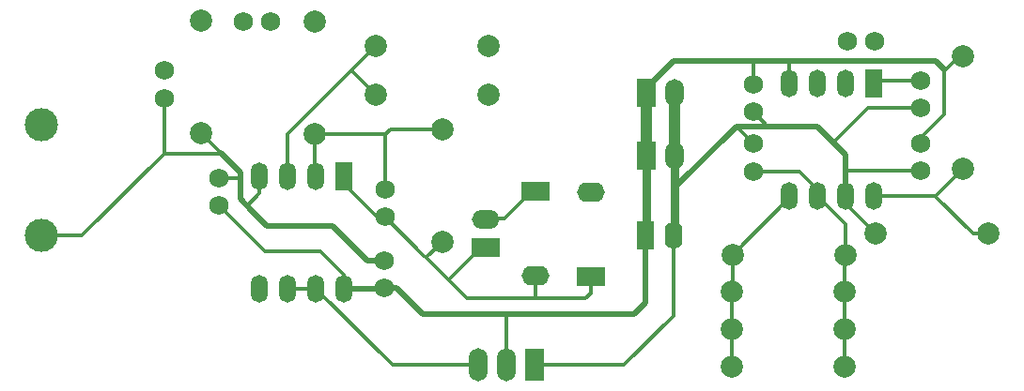
<source format=gbl>
%TF.GenerationSoftware,KiCad,Pcbnew,9.0.0*%
%TF.CreationDate,2025-03-10T10:12:29+01:00*%
%TF.ProjectId,project git rev,70726f6a-6563-4742-9067-697420726576,rev?*%
%TF.SameCoordinates,Original*%
%TF.FileFunction,Copper,L2,Bot*%
%TF.FilePolarity,Positive*%
%FSLAX46Y46*%
G04 Gerber Fmt 4.6, Leading zero omitted, Abs format (unit mm)*
G04 Created by KiCad (PCBNEW 9.0.0) date 2025-03-10 10:12:29*
%MOMM*%
%LPD*%
G01*
G04 APERTURE LIST*
%TA.AperFunction,ComponentPad*%
%ADD10O,1.700000X3.000000*%
%TD*%
%TA.AperFunction,ComponentPad*%
%ADD11R,1.700000X3.000000*%
%TD*%
%TA.AperFunction,ComponentPad*%
%ADD12C,2.000000*%
%TD*%
%TA.AperFunction,ComponentPad*%
%ADD13C,1.750000*%
%TD*%
%TA.AperFunction,ComponentPad*%
%ADD14R,2.500000X1.750000*%
%TD*%
%TA.AperFunction,ComponentPad*%
%ADD15O,2.500000X1.750000*%
%TD*%
%TA.AperFunction,ComponentPad*%
%ADD16R,1.700000X2.500000*%
%TD*%
%TA.AperFunction,ComponentPad*%
%ADD17O,1.700000X2.500000*%
%TD*%
%TA.AperFunction,ComponentPad*%
%ADD18R,2.500000X1.700000*%
%TD*%
%TA.AperFunction,ComponentPad*%
%ADD19O,2.500000X1.700000*%
%TD*%
%TA.AperFunction,ComponentPad*%
%ADD20C,3.000000*%
%TD*%
%TA.AperFunction,ComponentPad*%
%ADD21R,1.500000X2.500000*%
%TD*%
%TA.AperFunction,ComponentPad*%
%ADD22O,1.500000X2.500000*%
%TD*%
%TA.AperFunction,ComponentPad*%
%ADD23R,1.600000X2.500000*%
%TD*%
%TA.AperFunction,ComponentPad*%
%ADD24O,1.600000X2.500000*%
%TD*%
%TA.AperFunction,Conductor*%
%ADD25C,0.500000*%
%TD*%
%TA.AperFunction,Conductor*%
%ADD26C,0.300000*%
%TD*%
%TA.AperFunction,Conductor*%
%ADD27C,1.000000*%
%TD*%
%TA.AperFunction,Conductor*%
%ADD28C,0.800000*%
%TD*%
G04 APERTURE END LIST*
D10*
%TO.P,J1,3,Pin_3*%
%TO.N,State*%
X154810000Y-115200000D03*
%TO.P,J1,2,Pin_2*%
%TO.N,+5V*%
X157350000Y-115200000D03*
D11*
%TO.P,J1,1,Pin_1*%
%TO.N,GND*%
X159890000Y-115200000D03*
%TD*%
D12*
%TO.P,R5,1*%
%TO.N,Net-(LM567CN1-Output)*%
X200800000Y-103350000D03*
%TO.P,R5,2*%
%TO.N,GND*%
X190640000Y-103350000D03*
%TD*%
D13*
%TO.P,C11,1*%
%TO.N,Net-(U1A--)*%
X146400000Y-99300000D03*
%TO.P,C11,2*%
%TO.N,Net-(D1-A)*%
X146400000Y-101800000D03*
%TD*%
%TO.P,C9,1*%
%TO.N,+5V*%
X194650000Y-95150000D03*
%TO.P,C9,2*%
%TO.N,GND*%
X194650000Y-97650000D03*
%TD*%
%TO.P,C3,1*%
%TO.N,GND*%
X194650000Y-92000000D03*
%TO.P,C3,2*%
%TO.N,Net-(LM567CN1-Output_Filter)*%
X194650000Y-89500000D03*
%TD*%
%TO.P,C2,1*%
%TO.N,GND*%
X190550000Y-86000000D03*
%TO.P,C2,2*%
%TO.N,Net-(LM567CN1-Loop_Filter)*%
X188050000Y-86000000D03*
%TD*%
D12*
%TO.P,R13,1*%
%TO.N,Net-(LM567CN1-Timing_Capacitor)*%
X187850000Y-108580000D03*
%TO.P,R13,2*%
%TO.N,Net-(LM567CN1-Timing_Resistor)*%
X177690000Y-108580000D03*
%TD*%
%TO.P,R1,1*%
%TO.N,Net-(MK1-+)*%
X129800000Y-84100000D03*
%TO.P,R1,2*%
%TO.N,GND*%
X129800000Y-94260000D03*
%TD*%
%TO.P,R2,1*%
%TO.N,Net-(D1-A)*%
X151550000Y-104050000D03*
%TO.P,R2,2*%
%TO.N,Net-(U1A--)*%
X151550000Y-93890000D03*
%TD*%
D14*
%TO.P,D2,1,K*%
%TO.N,Net-(D1-A)*%
X164950000Y-107200000D03*
D15*
%TO.P,D2,2,A*%
%TO.N,Signal*%
X164950000Y-99580000D03*
%TD*%
D13*
%TO.P,C10,1*%
%TO.N,GND*%
X126550000Y-91100000D03*
%TO.P,C10,2*%
%TO.N,Net-(MK1-+)*%
X126550000Y-88600000D03*
%TD*%
D16*
%TO.P,J7,1,Pin_1*%
%TO.N,+5V*%
X169975000Y-90575000D03*
D17*
%TO.P,J7,2,Pin_2*%
%TO.N,GND*%
X172515000Y-90575000D03*
%TD*%
D12*
%TO.P,R3,1*%
%TO.N,Net-(C5-Pad2)*%
X140100000Y-84220000D03*
%TO.P,R3,2*%
%TO.N,Net-(U1A--)*%
X140100000Y-94380000D03*
%TD*%
%TO.P,R14,1*%
%TO.N,Net-(LM567CN1-Timing_Capacitor)*%
X187880000Y-105250000D03*
%TO.P,R14,2*%
%TO.N,Net-(LM567CN1-Timing_Resistor)*%
X177720000Y-105250000D03*
%TD*%
D13*
%TO.P,C4,1*%
%TO.N,GND*%
X179600000Y-92350000D03*
%TO.P,C4,2*%
%TO.N,+5V*%
X179600000Y-89850000D03*
%TD*%
D16*
%TO.P,J11,1,Pin_1*%
%TO.N,+5V*%
X169950000Y-96300000D03*
D17*
%TO.P,J11,2,Pin_2*%
%TO.N,GND*%
X172490000Y-96300000D03*
%TD*%
D13*
%TO.P,C6,1*%
%TO.N,+5V*%
X131425000Y-100800000D03*
%TO.P,C6,2*%
%TO.N,GND*%
X131425000Y-98300000D03*
%TD*%
%TO.P,C5,1*%
%TO.N,Net-(MK1-+)*%
X133600000Y-84200000D03*
%TO.P,C5,2*%
%TO.N,Net-(C5-Pad2)*%
X136100000Y-84200000D03*
%TD*%
D18*
%TO.P,J4,1,Pin_1*%
%TO.N,Net-(D1-A)*%
X155500000Y-104550000D03*
D19*
%TO.P,J4,2,Pin_2*%
%TO.N,Signal*%
X155500000Y-102010000D03*
%TD*%
D13*
%TO.P,C1,1*%
%TO.N,Net-(LM567CN1-Timing_Capacitor)*%
X179600000Y-97700000D03*
%TO.P,C1,2*%
%TO.N,GND*%
X179600000Y-95200000D03*
%TD*%
D12*
%TO.P,R8,1*%
%TO.N,Net-(U1A-+)*%
X145600000Y-90800000D03*
%TO.P,R8,2*%
%TO.N,GND*%
X155760000Y-90800000D03*
%TD*%
D20*
%TO.P,MK1,1,-*%
%TO.N,GND*%
X115407163Y-103500000D03*
%TO.P,MK1,2,+*%
%TO.N,Net-(MK1-+)*%
X115407163Y-93500000D03*
%TD*%
D21*
%TO.P,LM567CN1,1,Output_Filter*%
%TO.N,Net-(LM567CN1-Output_Filter)*%
X190450000Y-89800000D03*
D22*
%TO.P,LM567CN1,2,Loop_Filter*%
%TO.N,Net-(LM567CN1-Loop_Filter)*%
X187910000Y-89800000D03*
%TO.P,LM567CN1,3,Signal*%
%TO.N,Signal*%
X185370000Y-89800000D03*
%TO.P,LM567CN1,4,V+*%
%TO.N,+5V*%
X182830000Y-89800000D03*
%TO.P,LM567CN1,5,Timing_Resistor*%
%TO.N,Net-(LM567CN1-Timing_Resistor)*%
X182830000Y-99960000D03*
%TO.P,LM567CN1,6,Timing_Capacitor*%
%TO.N,Net-(LM567CN1-Timing_Capacitor)*%
X185370000Y-99960000D03*
%TO.P,LM567CN1,7,GND*%
%TO.N,GND*%
X187910000Y-99960000D03*
%TO.P,LM567CN1,8,Output*%
%TO.N,Net-(LM567CN1-Output)*%
X190450000Y-99960000D03*
%TD*%
D14*
%TO.P,D1,1,K*%
%TO.N,Signal*%
X160000000Y-99490000D03*
D15*
%TO.P,D1,2,A*%
%TO.N,Net-(D1-A)*%
X160000000Y-107110000D03*
%TD*%
D21*
%TO.P,U1,1*%
%TO.N,Net-(D1-A)*%
X142710000Y-98120000D03*
D22*
%TO.P,U1,2,-*%
%TO.N,Net-(U1A--)*%
X140170000Y-98120000D03*
%TO.P,U1,3,+*%
%TO.N,Net-(U1A-+)*%
X137630000Y-98120000D03*
%TO.P,U1,4,V-*%
%TO.N,GND*%
X135090000Y-98120000D03*
%TO.P,U1,5,+*%
%TO.N,Net-(LM567CN1-Output)*%
X135090000Y-108280000D03*
%TO.P,U1,6,-*%
%TO.N,State*%
X137630000Y-108280000D03*
%TO.P,U1,7*%
X140170000Y-108280000D03*
%TO.P,U1,8,V+*%
%TO.N,+5V*%
X142710000Y-108280000D03*
%TD*%
D12*
%TO.P,R4,1*%
%TO.N,Net-(LM567CN1-Output)*%
X198500000Y-97500000D03*
%TO.P,R4,2*%
%TO.N,+5V*%
X198500000Y-87340000D03*
%TD*%
%TO.P,R12,1*%
%TO.N,Net-(LM567CN1-Timing_Capacitor)*%
X187850000Y-111980000D03*
%TO.P,R12,2*%
%TO.N,Net-(LM567CN1-Timing_Resistor)*%
X177690000Y-111980000D03*
%TD*%
%TO.P,R11,1*%
%TO.N,Net-(LM567CN1-Timing_Capacitor)*%
X187850000Y-115330000D03*
%TO.P,R11,2*%
%TO.N,Net-(LM567CN1-Timing_Resistor)*%
X177690000Y-115330000D03*
%TD*%
D13*
%TO.P,C7,1*%
%TO.N,GND*%
X146300000Y-105750000D03*
%TO.P,C7,2*%
%TO.N,+5V*%
X146300000Y-108250000D03*
%TD*%
D23*
%TO.P,C8,1*%
%TO.N,+5V*%
X169900000Y-103450000D03*
D24*
%TO.P,C8,2*%
%TO.N,GND*%
X172400000Y-103450000D03*
%TD*%
D12*
%TO.P,R9,1*%
%TO.N,+5V*%
X155750000Y-86350000D03*
%TO.P,R9,2*%
%TO.N,Net-(U1A-+)*%
X145590000Y-86350000D03*
%TD*%
D25*
%TO.N,GND*%
X144800000Y-105750000D02*
X141700000Y-102650000D01*
D26*
X167950000Y-115200000D02*
X159890000Y-115200000D01*
X133962500Y-100837500D02*
X134437500Y-101312500D01*
X172490000Y-96300000D02*
X172490000Y-95010000D01*
D25*
X180900000Y-93650000D02*
X185350000Y-93650000D01*
X187910000Y-99960000D02*
X187910000Y-97700000D01*
X187910000Y-97700000D02*
X187910000Y-96210000D01*
X172500000Y-99200000D02*
X172490000Y-99200000D01*
X133350000Y-98550000D02*
X133350000Y-97810000D01*
X187910000Y-99960000D02*
X187900000Y-99970000D01*
X146300000Y-105750000D02*
X146900000Y-105750000D01*
X179600000Y-93650000D02*
X178050000Y-93650000D01*
D26*
X131595000Y-96055000D02*
X131550000Y-96100000D01*
X129800000Y-94260000D02*
X131595000Y-96055000D01*
D25*
X172490000Y-103360000D02*
X172400000Y-103450000D01*
D26*
X126500000Y-96100000D02*
X119100000Y-103500000D01*
X133170000Y-98300000D02*
X131425000Y-98300000D01*
X172490000Y-95010000D02*
X172515000Y-94985000D01*
D25*
X146300000Y-105750000D02*
X144800000Y-105750000D01*
D27*
X172515000Y-94985000D02*
X172515000Y-90575000D01*
D26*
X194650000Y-92000000D02*
X189900000Y-92000000D01*
X135090000Y-98120000D02*
X135090000Y-99710000D01*
X189900000Y-92000000D02*
X186800000Y-95100000D01*
D25*
X155760000Y-90760000D02*
X155760000Y-90800000D01*
D28*
X172490000Y-99200000D02*
X172490000Y-103360000D01*
D26*
X187960000Y-97650000D02*
X187910000Y-97700000D01*
X131550000Y-96100000D02*
X126500000Y-96100000D01*
X187910000Y-100620000D02*
X190640000Y-103350000D01*
D25*
X133350000Y-98550000D02*
X133350000Y-98120000D01*
D26*
X172400000Y-110750000D02*
X167950000Y-115200000D01*
D25*
X133350000Y-97810000D02*
X131595000Y-96055000D01*
X133350000Y-100225000D02*
X133350000Y-98550000D01*
D26*
X135090000Y-99710000D02*
X133962500Y-100837500D01*
D25*
X179600000Y-93650000D02*
X180900000Y-93650000D01*
X178050000Y-93650000D02*
X180900000Y-93650000D01*
X141700000Y-102650000D02*
X135775000Y-102650000D01*
D26*
X179600000Y-95200000D02*
X178050000Y-93650000D01*
D25*
X135775000Y-102650000D02*
X134437500Y-101312500D01*
D26*
X126500000Y-96100000D02*
X126550000Y-96050000D01*
X119100000Y-103500000D02*
X115407163Y-103500000D01*
D25*
X134437500Y-101312500D02*
X133350000Y-100225000D01*
D26*
X194650000Y-97650000D02*
X187960000Y-97650000D01*
X172400000Y-103450000D02*
X172400000Y-110750000D01*
D25*
X178050000Y-93650000D02*
X172500000Y-99200000D01*
D26*
X126550000Y-96050000D02*
X126550000Y-91100000D01*
X187910000Y-99960000D02*
X187910000Y-100620000D01*
D28*
X172490000Y-96300000D02*
X172490000Y-99200000D01*
D25*
X187910000Y-96210000D02*
X186800000Y-95100000D01*
X188050000Y-99820000D02*
X187910000Y-99960000D01*
X186800000Y-95100000D02*
X185350000Y-93650000D01*
D26*
X179600000Y-92350000D02*
X180900000Y-93650000D01*
%TO.N,Net-(LM567CN1-Timing_Capacitor)*%
X185370000Y-99960000D02*
X185370000Y-99370000D01*
X187850000Y-111980000D02*
X187850000Y-108580000D01*
X187900000Y-102500000D02*
X187880000Y-102520000D01*
X185405000Y-99995000D02*
X185370000Y-99960000D01*
X187880000Y-102520000D02*
X187880000Y-105250000D01*
D25*
X185080000Y-100250000D02*
X185370000Y-99960000D01*
D26*
X187850000Y-115330000D02*
X187850000Y-111980000D01*
X187850000Y-108580000D02*
X187850000Y-105280000D01*
X183750000Y-97750000D02*
X179650000Y-97750000D01*
X185370000Y-99960000D02*
X185370000Y-99970000D01*
X185370000Y-99970000D02*
X187900000Y-102500000D01*
X185370000Y-99370000D02*
X183750000Y-97750000D01*
X179650000Y-97750000D02*
X179600000Y-97700000D01*
X187850000Y-105280000D02*
X187880000Y-105250000D01*
D25*
%TO.N,Net-(LM567CN1-Loop_Filter)*%
X188050000Y-89660000D02*
X187910000Y-89800000D01*
%TO.N,Net-(LM567CN1-Output_Filter)*%
X190750000Y-89500000D02*
X190450000Y-89800000D01*
D26*
X194650000Y-89500000D02*
X190750000Y-89500000D01*
X190590000Y-89660000D02*
X190450000Y-89800000D01*
X190590000Y-89160000D02*
X190590000Y-89660000D01*
D27*
%TO.N,+5V*%
X169975000Y-90575000D02*
X169975000Y-96275000D01*
D25*
X172400000Y-87750000D02*
X169975000Y-90175000D01*
X169975000Y-96275000D02*
X169950000Y-96300000D01*
D26*
X179600000Y-89850000D02*
X179600000Y-87800000D01*
X157350000Y-115200000D02*
X157350000Y-110600000D01*
X196975000Y-88525000D02*
X196825000Y-88525000D01*
D25*
X169900000Y-109550000D02*
X168850000Y-110600000D01*
X147450000Y-108250000D02*
X149800000Y-110600000D01*
X149800000Y-110600000D02*
X157350000Y-110600000D01*
X179650000Y-87750000D02*
X182850000Y-87750000D01*
D26*
X196825000Y-88525000D02*
X196825000Y-92525000D01*
D25*
X182850000Y-87750000D02*
X196050000Y-87750000D01*
X198500000Y-87340000D02*
X198010000Y-87340000D01*
X146300000Y-108250000D02*
X147450000Y-108250000D01*
X168850000Y-110600000D02*
X157350000Y-110600000D01*
D26*
X182830000Y-87770000D02*
X182850000Y-87750000D01*
X198010000Y-87340000D02*
X198010000Y-87490000D01*
X179600000Y-87800000D02*
X179650000Y-87750000D01*
X140600000Y-104950000D02*
X142710000Y-107060000D01*
X196825000Y-92525000D02*
X194650000Y-94700000D01*
X131425000Y-100800000D02*
X135575000Y-104950000D01*
D28*
X169950000Y-96300000D02*
X169950000Y-103400000D01*
D26*
X135575000Y-104950000D02*
X140600000Y-104950000D01*
D25*
X169900000Y-103450000D02*
X169900000Y-109550000D01*
X182780000Y-89850000D02*
X182830000Y-89800000D01*
X196050000Y-87750000D02*
X196825000Y-88525000D01*
X172400000Y-87750000D02*
X179650000Y-87750000D01*
D26*
X182830000Y-89800000D02*
X182830000Y-87770000D01*
D25*
X142710000Y-108280000D02*
X146270000Y-108280000D01*
D26*
X198010000Y-87490000D02*
X196975000Y-88525000D01*
D25*
X169950000Y-103400000D02*
X169900000Y-103450000D01*
X169975000Y-90175000D02*
X169975000Y-90575000D01*
D26*
X194650000Y-94700000D02*
X194650000Y-95150000D01*
D25*
X146270000Y-108280000D02*
X146300000Y-108250000D01*
D26*
X142710000Y-107060000D02*
X142710000Y-108280000D01*
%TO.N,Net-(MK1-+)*%
X129800000Y-84100000D02*
X129900000Y-84200000D01*
X129650000Y-84250000D02*
X129800000Y-84100000D01*
%TO.N,Net-(C5-Pad2)*%
X140080000Y-84200000D02*
X140100000Y-84220000D01*
%TO.N,Net-(D1-A)*%
X142710000Y-98120000D02*
X142710000Y-98810000D01*
X160000000Y-109200000D02*
X164460000Y-109200000D01*
X155100000Y-104550000D02*
X152150000Y-107500000D01*
X152150000Y-107500000D02*
X152100000Y-107500000D01*
X153800000Y-109200000D02*
X160000000Y-109200000D01*
X142710000Y-98810000D02*
X145700000Y-101800000D01*
X145700000Y-101800000D02*
X146400000Y-101800000D01*
X164460000Y-109200000D02*
X164950000Y-108710000D01*
X152100000Y-107500000D02*
X152325000Y-107725000D01*
X151550000Y-104050000D02*
X150125000Y-105475000D01*
X149925000Y-105325000D02*
X150075000Y-105475000D01*
X146400000Y-101800000D02*
X149925000Y-105325000D01*
X164950000Y-108710000D02*
X164950000Y-107200000D01*
X150075000Y-105475000D02*
X152325000Y-107725000D01*
X152325000Y-107725000D02*
X153800000Y-109200000D01*
X150125000Y-105475000D02*
X150075000Y-105475000D01*
X160000000Y-107110000D02*
X160000000Y-109200000D01*
X155500000Y-104550000D02*
X155100000Y-104550000D01*
%TO.N,Net-(U1A--)*%
X140100000Y-98050000D02*
X140170000Y-98120000D01*
X146900000Y-93900000D02*
X150920000Y-93900000D01*
X146420000Y-94380000D02*
X146900000Y-93900000D01*
X140100000Y-94380000D02*
X146420000Y-94380000D01*
X140100000Y-94380000D02*
X140100000Y-98050000D01*
X150930000Y-93890000D02*
X151550000Y-93890000D01*
X146400000Y-99300000D02*
X146400000Y-94380000D01*
X150920000Y-93900000D02*
X150930000Y-93890000D01*
%TO.N,Signal*%
X155510000Y-102000000D02*
X157150000Y-102000000D01*
X185510000Y-89660000D02*
X185370000Y-89800000D01*
X164950000Y-99580000D02*
X164860000Y-99490000D01*
X155500000Y-102010000D02*
X155510000Y-102000000D01*
X157150000Y-102000000D02*
X159660000Y-99490000D01*
X159660000Y-99490000D02*
X160000000Y-99490000D01*
%TO.N,State*%
X147090000Y-115200000D02*
X154810000Y-115200000D01*
X140170000Y-108280000D02*
X147090000Y-115200000D01*
X137630000Y-108280000D02*
X140170000Y-108280000D01*
D25*
%TO.N,Net-(LM567CN1-Timing_Resistor)*%
X182830000Y-99960000D02*
X182830000Y-100090000D01*
D26*
X182830000Y-100140000D02*
X182830000Y-99960000D01*
X182825000Y-99965000D02*
X182830000Y-99960000D01*
X177720000Y-108550000D02*
X177690000Y-108580000D01*
X177690000Y-108580000D02*
X177690000Y-111980000D01*
X177690000Y-111980000D02*
X177690000Y-115330000D01*
X177720000Y-105250000D02*
X177720000Y-108550000D01*
X177720000Y-105250000D02*
X182830000Y-100140000D01*
%TO.N,Net-(LM567CN1-Output)*%
X200800000Y-103350000D02*
X200800000Y-103650000D01*
X199400000Y-103350000D02*
X200800000Y-103350000D01*
X196040000Y-99960000D02*
X190450000Y-99960000D01*
X200500000Y-103650000D02*
X200800000Y-103350000D01*
X198500000Y-97500000D02*
X196040000Y-99960000D01*
X196040000Y-99990000D02*
X199400000Y-103350000D01*
X196040000Y-99960000D02*
X196040000Y-99990000D01*
D25*
X198075000Y-97925000D02*
X198500000Y-97500000D01*
D26*
%TO.N,Net-(U1A-+)*%
X145550000Y-86350000D02*
X145590000Y-86350000D01*
X145600000Y-90800000D02*
X143350000Y-88550000D01*
X143350000Y-88550000D02*
X145550000Y-86350000D01*
X137630000Y-98120000D02*
X137630000Y-94320000D01*
X143350000Y-88600000D02*
X143350000Y-88550000D01*
X137630000Y-94320000D02*
X143350000Y-88600000D01*
%TD*%
M02*

</source>
